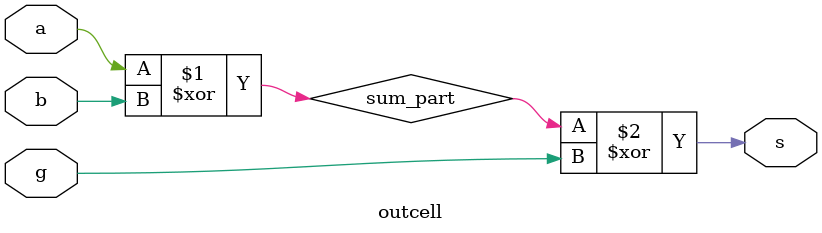
<source format=sv>
module outcell(input wire a, b, g, output wire s);
       wire sum_part;
       xor(sum_part, a, b);
       xor(s, sum_part, g);
endmodule


</source>
